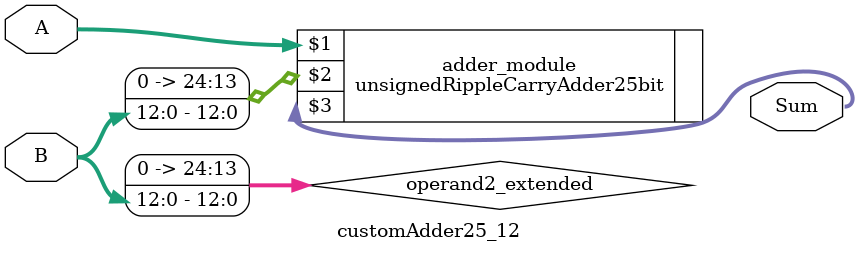
<source format=v>

module customAdder25_12(
                    input [24 : 0] A,
                    input [12 : 0] B,
                    
                    output [25 : 0] Sum
            );

    wire [24 : 0] operand2_extended;
    
    assign operand2_extended =  {12'b0, B};
    
    unsignedRippleCarryAdder25bit adder_module(
        A,
        operand2_extended,
        Sum
    );
    
endmodule
        
</source>
